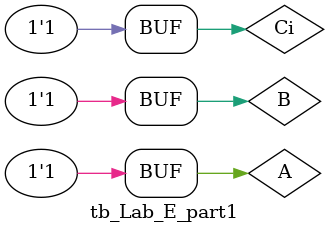
<source format=v>
`timescale 1ns / 1ps


module tb_Lab_E_part1;

	// Inputs
	reg A;
	reg B;
	reg Ci;

	// Outputs
	wire Sum;
	wire Co;

	// Instantiate the Unit Under Test (UUT)
	Lab_E_part1 uut (
		.A(A), 
		.B(B), 
		.Ci(Ci), 
		.Sum(Sum), 
		.Co(Co)
	);

	initial begin
		// Initialize Inputs
		A=1'b0; B=1'b0; Ci=1'b0;
		#10 A=1'b0; B=1'b0; Ci=1'b1;
		#10 A=1'b0; B=1'b1; Ci=1'b0;
		#10 A=1'b0; B=1'b1; Ci=1'b1;
		#10 A=1'b1; B=1'b0; Ci=1'b0;
		#10 A=1'b1; B=1'b0; Ci=1'b1;
		#10 A=1'b1; B=1'b1; Ci=1'b0;
		#10 A=1'b1; B=1'b1; Ci=1'b1;
		
		// Wait 100 ns for global reset to finish
		#100;
        
		// Add stimulus here

	end
      
endmodule


</source>
